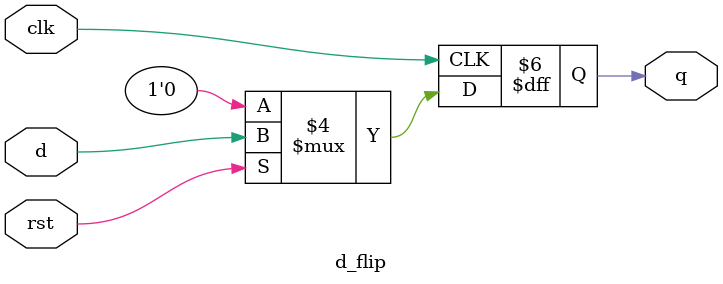
<source format=v>
module d_flip (input d,clk,rst,output reg q);
  always @(posedge clk)begin
    if(!rst)
      q<=0;
    else
      q<=d;
  end
endmodule
  

</source>
